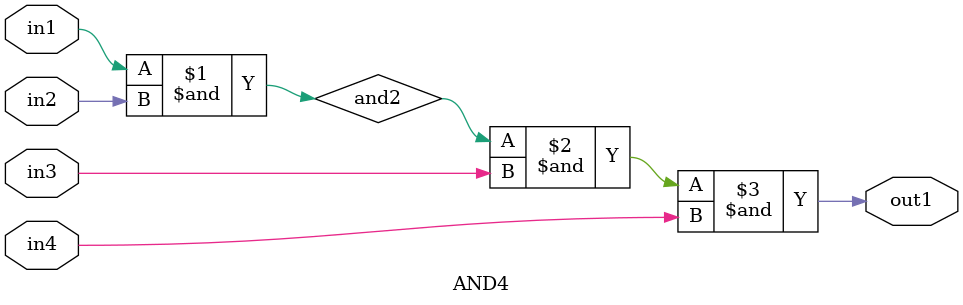
<source format=v>

module AND4(out1, in1, in2, in3, in4);

  parameter gate_delay = 1; // Define gate delay parameter

  input in1, in2, in3, in4;
  output out1;

  wire and1, and2;

  and #(gate_delay) and1 (and2, in1, in2);
  and #(gate_delay) and2 (out1, and2, in3, in4);

endmodule
</source>
